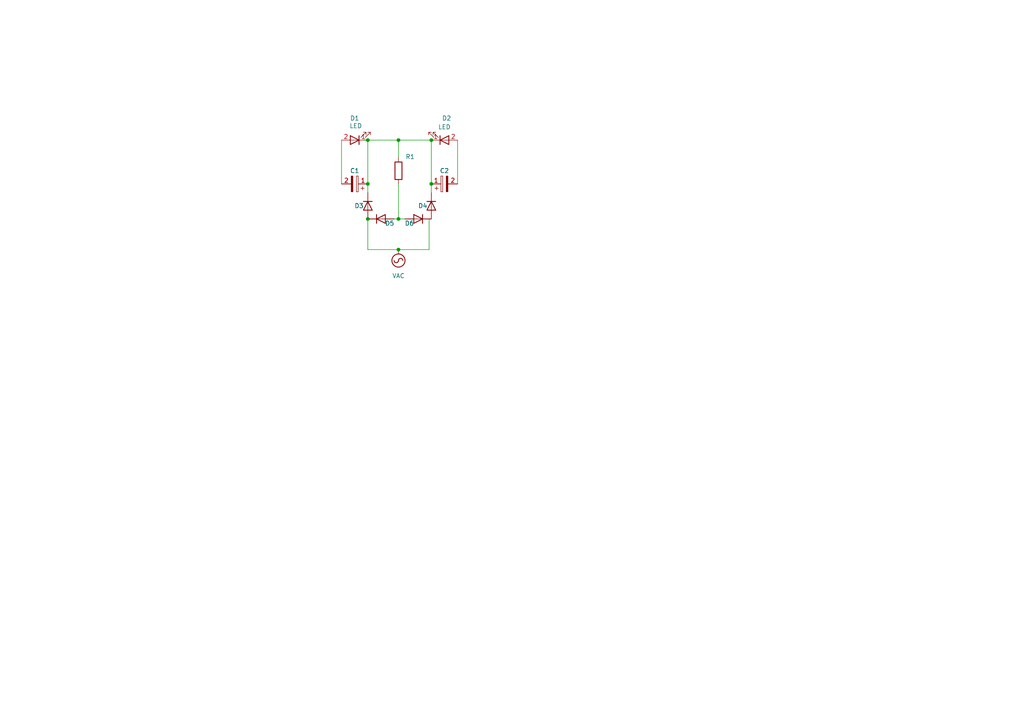
<source format=kicad_sch>
(kicad_sch (version 20231120) (generator "eeschema") (generator_version "8.0")
  (paper "A4")
  (lib_symbols
    (symbol "C_Polarized_1" (pin_names (offset 0.254))
      (property "Reference" "C" (at 0.635 2.54 0))
      (property "Value" "C_Polarized" (at 0.635 -2.54 0))
      (symbol "C_Polarized_1_0_1"
        (rectangle (start -2.286 0.508) (end 2.286 1.016))
        (polyline (pts (xy -1.778 2.286) (xy -0.762 2.286)))
        (polyline (pts (xy -1.27 2.794) (xy -1.27 1.778)))
        (rectangle (start 2.286 -0.508) (end -2.286 -1.016) (fill (type outline)))
      )
      (symbol "C_Polarized_1_1_1"
        (pin passive line (at 0 3.81 270) (length 2.794) (name "~") (number "1"))
        (pin passive line (at 0 -3.81 90) (length 2.794) (name "~") (number "2"))
      )
    )
    (symbol "Device:C_Polarized" (pin_names (offset 0.254))
      (property "Reference" "C" (at 0.635 2.54 0))
      (property "Value" "C_Polarized" (at 0.635 -2.54 0))
      (symbol "C_Polarized_0_1"
        (rectangle (start -2.286 0.508) (end 2.286 1.016))
        (polyline (pts (xy -1.778 2.286) (xy -0.762 2.286)))
        (polyline (pts (xy -1.27 2.794) (xy -1.27 1.778)))
        (rectangle (start 2.286 -0.508) (end -2.286 -1.016) (fill (type outline)))
      )
      (symbol "C_Polarized_1_1"
        (pin passive line (at 0 3.81 270) (length 2.794) (name "~") (number "1"))
        (pin passive line (at 0 -3.81 90) (length 2.794) (name "~") (number "2"))
      )
    )
    (symbol "Device:LED" (pin_names (offset 1.016) hide)
      (property "Reference" "D" (at 0 2.54 0))
      (property "Value" "LED" (at 0 -2.54 0))
      (symbol "LED_0_1"
        (polyline (pts (xy -1.27 -1.27) (xy -1.27 1.27)) (stroke (width 0.254)))
        (polyline (pts (xy -1.27 0) (xy 1.27 0)))
        (polyline (pts (xy 1.27 -1.27) (xy 1.27 1.27) (xy -1.27 0) (xy 1.27 -1.27)) (stroke (width 0.254)))
        (polyline (pts (xy -3.048 -0.762) (xy -4.572 -2.286) (xy -3.81 -2.286) (xy -4.572 -2.286) (xy -4.572 -1.524)))
        (polyline (pts (xy -1.778 -0.762) (xy -3.302 -2.286) (xy -2.54 -2.286) (xy -3.302 -2.286) (xy -3.302 -1.524)))
      )
      (symbol "LED_1_1"
        (pin passive line (at -3.81 0 0) (length 2.54) (name "K") (number "1"))
        (pin passive line (at 3.81 0 180) (length 2.54) (name "A") (number "2"))
      )
    )
    (symbol "Device:R" (pin_numbers hide) (pin_names (offset 0))
      (property "Reference" "R" (at 2.032 0 90))
      (property "Value" "R" (at 0 0 90))
      (symbol "R_0_1"
        (rectangle (start -1.016 -2.54) (end 1.016 2.54) (stroke (width 0.254)))
      )
      (symbol "R_1_1"
        (pin passive line (at 0 3.81 270) (length 1.27) (name "~") (number "1"))
        (pin passive line (at 0 -3.81 90) (length 1.27) (name "~") (number "2"))
      )
    )
    (symbol "Diode:1N4007" (pin_numbers hide) (pin_names hide)
      (property "Reference" "D" (at 0 2.54 0))
      (property "Value" "1N4007" (at 0 -2.54 0))
      (symbol "1N4007_0_1"
        (polyline (pts (xy -1.27 1.27) (xy -1.27 -1.27)) (stroke (width 0.254)))
        (polyline (pts (xy 1.27 0) (xy -1.27 0)))
        (polyline (pts (xy 1.27 1.27) (xy 1.27 -1.27) (xy -1.27 0) (xy 1.27 1.27)) (stroke (width 0.254)))
      )
      (symbol "1N4007_1_1"
        (pin passive line (at -3.81 0 0) (length 2.54) (name "K") (number "1"))
        (pin passive line (at 3.81 0 180) (length 2.54) (name "A") (number "2"))
      )
    )
    (symbol "LED_1" (pin_names (offset 1.016) hide)
      (property "Reference" "D" (at 0 2.54 0))
      (property "Value" "LED" (at 0 -2.54 0))
      (symbol "LED_1_0_1"
        (polyline (pts (xy -1.27 -1.27) (xy -1.27 1.27)) (stroke (width 0.254)))
        (polyline (pts (xy -1.27 0) (xy 1.27 0)))
        (polyline (pts (xy 1.27 -1.27) (xy 1.27 1.27) (xy -1.27 0) (xy 1.27 -1.27)) (stroke (width 0.254)))
        (polyline (pts (xy -3.048 -0.762) (xy -4.572 -2.286) (xy -3.81 -2.286) (xy -4.572 -2.286) (xy -4.572 -1.524)))
        (polyline (pts (xy -1.778 -0.762) (xy -3.302 -2.286) (xy -2.54 -2.286) (xy -3.302 -2.286) (xy -3.302 -1.524)))
      )
      (symbol "LED_1_1_1"
        (pin passive line (at -3.81 0 0) (length 2.54) (name "K") (number "1"))
        (pin passive line (at 3.81 0 180) (length 2.54) (name "A") (number "2"))
      )
    )
    (symbol "power:VAC" (power) (pin_numbers hide) (pin_names (offset 0) hide)
      (property "Value" "VAC" (at 0 6.35 0))
      (symbol "VAC_0_1"
        (polyline (pts (xy 0 0) (xy 0 1.27)))
        (arc (start 0 3.175) (mid -0.635 3.8073) (end -1.27 3.175) (stroke (width 0.254)))
        (arc (start 0 3.175) (mid 0.635 2.5427) (end 1.27 3.175) (stroke (width 0.254)))
        (circle (center 0 3.175) (radius 1.905) (stroke (width 0.254)))
      )
      (symbol "VAC_1_1"
        (pin power_in line (at 0 0 90) (length 0) (name "~") (number "1"))
      )
    )
  )
  (junction (at 125.095 53.34))
  (junction (at 125.095 40.64))
  (junction (at 115.57 72.39))
  (junction (at 106.68 40.64))
  (junction (at 106.68 63.5))
  (junction (at 106.68 53.34))
  (junction (at 115.57 40.64))
  (junction (at 115.57 63.5))
  (wire (pts (xy 114.3 63.5) (xy 115.57 63.5)))
  (wire (pts (xy 125.095 40.64) (xy 115.57 40.64)))
  (wire (pts (xy 115.57 53.34) (xy 115.57 63.5)))
  (wire (pts (xy 115.57 63.5) (xy 117.475 63.5)))
  (wire (pts (xy 125.095 53.34) (xy 125.095 55.88)))
  (wire (pts (xy 106.68 63.5) (xy 106.68 72.39)))
  (wire (pts (xy 124.46 72.39) (xy 115.57 72.39)))
  (wire (pts (xy 115.57 72.39) (xy 106.68 72.39)))
  (wire (pts (xy 106.68 53.34) (xy 106.68 55.88)))
  (wire (pts (xy 125.73 40.64) (xy 125.095 40.64)))
  (wire (pts (xy 106.68 40.64) (xy 106.68 53.34)))
  (wire (pts (xy 106.68 40.64) (xy 115.57 40.64)))
  (wire (pts (xy 105.41 40.64) (xy 106.68 40.64)))
  (wire (pts (xy 99.06 40.64) (xy 99.06 53.34)))
  (wire (pts (xy 124.46 63.5) (xy 124.46 72.39)))
  (wire (pts (xy 132.715 40.64) (xy 132.715 53.34)))
  (wire (pts (xy 115.57 40.64) (xy 115.57 45.72)))
  (wire (pts (xy 125.095 40.64) (xy 125.095 53.34)))
  (symbol (lib_id "Device:C_Polarized") (at 128.905 53.34 90) (unit 1)
    (property "Reference" "C2" (at 128.905 49.53 90))
    (property "Value" "100uF" (effects (hide yes)))
    (property "Footprint" "Capacitor_THT:CP_Radial_D6.3mm_P2.50mm" (effects (hide yes)))
    (property "Description" "Polarized capacitor" (effects (hide yes)))
  )
  (symbol (lib_name "LED_1") (lib_id "Device:LED") (at 102.87 40.64 180) (unit 1)
    (property "Reference" "D1" (at 102.87 34.29 0))
    (property "Value" "LED" (at 103.1875 36.5125 0))
    (property "Footprint" "LED_THT:LED_D3.0mm" (effects (hide yes)))
    (property "Description" "Light emitting diode" (effects (hide yes)))
  )
  (symbol (lib_id "power:VAC") (at 115.57 72.39 0) (mirror x) (unit 1)
    (property "Reference" "#PWR03" (effects (hide yes)))
    (property "Value" "VAC" (at 115.57 80.01 0))
    (property "Description" "Power symbol creates a global label with name \"VAC\"" (effects (hide yes)))
  )
  (symbol (lib_name "C_Polarized_1") (lib_id "Device:C_Polarized") (at 102.87 53.34 270) (mirror x) (unit 1)
    (property "Reference" "C1" (at 102.87 49.53 90))
    (property "Value" "100uF" (effects (hide yes)))
    (property "Footprint" "Capacitor_THT:CP_Radial_D6.3mm_P2.50mm" (effects (hide yes)))
    (property "Description" "Polarized capacitor" (effects (hide yes)))
  )
  (symbol (lib_id "Device:R") (at 115.57 49.53 0) (unit 1)
    (property "Reference" "R1" (at 117.602 45.466 0) (effects (justify left)))
    (property "Value" "560" (effects (hide yes)))
    (property "Footprint" "Resistor_THT:R_Axial_Shunt_L22.2mm_W8.0mm_PS14.30mm_P25.40mm" (effects (hide yes)))
    (property "Description" "Resistor" (effects (hide yes)))
  )
  (symbol (lib_id "Device:LED") (at 128.905 40.64 0) (mirror x) (unit 1)
    (property "Reference" "D2" (at 129.54 34.29 0))
    (property "Value" "LED" (at 128.905 36.83 0))
    (property "Footprint" "LED_THT:LED_D3.0mm" (effects (hide yes)))
    (property "Description" "Light emitting diode" (effects (hide yes)))
  )
  (symbol (lib_id "Diode:1N4007") (at 106.68 59.69 270) (unit 1)
    (property "Reference" "D3" (at 104.14 59.69 90))
    (property "Value" "1N4007" (effects (hide yes)))
    (property "Footprint" "Diode_THT:D_DO-41_SOD81_P10.16mm_Horizontal" (effects (hide yes)))
    (property "Datasheet" "http://www.vishay.com/docs/88503/1n4001.pdf" (effects (hide yes)))
    (property "Description" "1000V 1A General Purpose Rectifier Diode, DO-41" (effects (hide yes)))
    (property "Sim.Device" "D" (effects (hide yes)))
    (property "Sim.Pins" "1=K 2=A" (effects (hide yes)))
  )
  (symbol (lib_id "Diode:1N4007") (at 125.095 59.69 270) (unit 1)
    (property "Reference" "D4" (at 121.285 59.69 90) (effects (justify left)))
    (property "Value" "1N4007" (effects (hide yes)))
    (property "Footprint" "Diode_THT:D_DO-41_SOD81_P10.16mm_Horizontal" (effects (hide yes)))
    (property "Datasheet" "http://www.vishay.com/docs/88503/1n4001.pdf" (effects (hide yes)))
    (property "Description" "1000V 1A General Purpose Rectifier Diode, DO-41" (effects (hide yes)))
    (property "Sim.Device" "D" (effects (hide yes)))
    (property "Sim.Pins" "1=K 2=A" (effects (hide yes)))
  )
  (symbol (lib_id "Diode:1N4007") (at 110.49 63.5 0) (mirror x) (unit 1)
    (property "Reference" "D5" (at 113.03 64.77 0))
    (property "Value" "1N4007" (effects (hide yes)))
    (property "Footprint" "Diode_THT:D_DO-41_SOD81_P10.16mm_Horizontal" (effects (hide yes)))
    (property "Datasheet" "http://www.vishay.com/docs/88503/1n4001.pdf" (effects (hide yes)))
    (property "Description" "1000V 1A General Purpose Rectifier Diode, DO-41" (effects (hide yes)))
    (property "Sim.Device" "D" (effects (hide yes)))
    (property "Sim.Pins" "1=K 2=A" (effects (hide yes)))
  )
  (symbol (lib_id "Diode:1N4007") (at 121.285 63.5 0) (mirror y) (unit 1)
    (property "Reference" "D6" (at 118.745 64.77 0))
    (property "Value" "1N4007" (effects (hide yes)))
    (property "Footprint" "Diode_THT:D_DO-41_SOD81_P10.16mm_Horizontal" (effects (hide yes)))
    (property "Datasheet" "http://www.vishay.com/docs/88503/1n4001.pdf" (effects (hide yes)))
    (property "Description" "1000V 1A General Purpose Rectifier Diode, DO-41" (effects (hide yes)))
    (property "Sim.Device" "D" (effects (hide yes)))
    (property "Sim.Pins" "1=K 2=A" (effects (hide yes)))
  )
)
</source>
